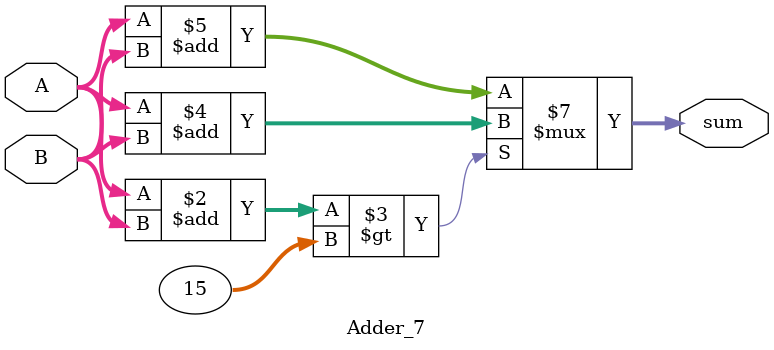
<source format=sv>
module Adder_7(
    input [3:0] A,
    input [3:0] B,
    output reg [4:0] sum
);
    always @ (A or B) begin
        if (A[3:0] + B[3:0] > 15) 
            sum = A + B;
        else
            sum = A + B;
    end
endmodule

</source>
